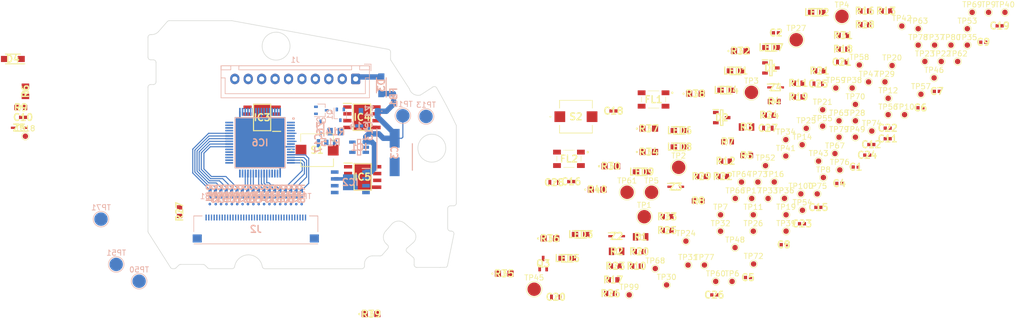
<source format=kicad_pcb>
(kicad_pcb (version 20211014) (generator pcbnew)
  (layers (0 "F.Cu" signal) (1 "In1.Cu" signal) (2 "In2.Cu" signal) (31 "B.Cu" signal) (34 "B.Paste" user) (35 "F.Paste" user) (36 "B.SilkS" user "B.Silkscreen") (37 "F.SilkS" user "F.Silkscreen") (38 "B.Mask" user) (39 "F.Mask" user) (44 "Edge.Cuts" user))
  (net 0 "")
  (net 1 "Net-(C11-Pad1)")
  (net 2 "Net-(C12-Pad2)")
  (net 3 "Net-(C1-Pad1)")
  (net 4 "Net-(C2-Pad2)")
  (net 5 "Net-(IC6-Pad45)")
  (net 6 "Net-(C20-Pad2)")
  (net 7 "Net-(IC6-Pad21)")
  (net 8 "Net-(IC6-Pad20)")
  (net 9 "+5V")
  (net 10 "+5VD")
  (net 11 "+BATT")
  (net 12 "Net-(D4-Pad1)")
  (net 13 "GND")
  (net 14 "Net-(J2-PadMP1)")
  (net 15 "Net-(IC6-Pad23)")
  (net 16 "Net-(IC6-Pad60)")
  (net 17 "Net-(IC6-Pad59)")
  (net 18 "Net-(IC6-Pad58)")
  (net 19 "Net-(C4-Pad1)")
  (net 20 "Net-(C7-Pad1)")
  (net 21 "Net-(C13-Pad2)")
  (net 22 "Net-(Q1-Pad3)")
  (net 23 "Net-(C10-Pad1)")
  (net 24 "Net-(IC3-Pad6)")
  (net 25 "Net-(IC3-Pad5)")
  (net 26 "Net-(IC3-Pad8)")
  (net 27 "Net-(IC3-Pad7)")
  (net 28 "Net-(C17-Pad1)")
  (net 29 "Net-(IC2-Pad4)")
  (net 30 "Net-(IC3-Pad3)")
  (net 31 "Net-(IC3-Pad2)")
  (net 32 "Net-(IC5-Pad1)")
  (net 33 "Net-(IC5-Pad2)")
  (net 34 "Net-(IC4-Pad4)")
  (net 35 "Net-(IC1-Pad4)")
  (net 36 "Net-(IC6-Pad6)")
  (net 37 "Net-(IC5-Pad4)")
  (net 38 "Net-(IC4-Pad2)")
  (net 39 "Net-(IC6-Pad7)")
  (net 40 "Net-(IC4-Pad3)")
  (net 41 "Net-(IC6-Pad19)")
  (net 42 "Net-(IC6-Pad2)")
  (net 43 "Net-(IC6-Pad3)")
  (net 44 "Net-(IC6-Pad4)")
  (net 45 "Net-(IC6-Pad9)")
  (net 46 "Net-(IC6-Pad12)")
  (net 47 "Net-(IC6-Pad18)")
  (net 48 "Net-(IC6-Pad64)")
  (net 49 "Net-(IC6-Pad63)")
  (net 50 "Net-(IC6-Pad62)")
  (net 51 "Net-(IC6-Pad55)")
  (net 52 "Net-(IC6-Pad54)")
  (net 53 "Net-(IC6-Pad53)")
  (net 54 "Net-(IC6-Pad52)")
  (net 55 "Net-(IC6-Pad61)")
  (net 56 "Net-(IC6-Pad51)")
  (net 57 "Net-(Q3-Pad1)")
  (net 58 "Net-(IC6-Pad32)")
  (net 59 "Net-(IC6-Pad38)")
  (net 60 "Net-(LED1-Pad1)")
  (net 61 "Net-(Q3-Pad3)")
  (net 62 "Net-(IC6-Pad37)")
  (net 63 "Net-(IC6-Pad36)")
  (net 64 "Net-(IC6-Pad31)")
  (net 65 "Net-(IC6-Pad35)")
  (net 66 "Net-(IC6-Pad46)")
  (net 67 "Net-(IC6-Pad34)")
  (net 68 "Net-(IC6-Pad33)")
  (net 69 "Net-(R31-Pad1)")
  (net 70 "Net-(LED2-Pad1)")
  (net 71 "Net-(LED3-Pad1)")
  (net 72 "Net-(LED4-Pad1)")
  (net 73 "Net-(LED5-Pad1)")
  (net 74 "Net-(LED6-Pad1)")
  (net 75 "Net-(LED7-Pad1)")
  (net 76 "Net-(LED8-Pad1)")
  (net 77 "Net-(IC6-Pad43)")
  (net 78 "Net-(IC6-Pad41)")
  (net 79 "Net-(IC6-Pad39)")
  (net 80 "Net-(IC6-Pad29)")
  (net 81 "Net-(IC6-Pad27)")
  (net 82 "Net-(IC6-Pad24)")
  (net 83 "Net-(IC6-Pad22)")
  (net 84 "Net-(IC6-Pad15)")
  (net 85 "Net-(IC6-Pad13)")
  (net 86 "Net-(IC6-Pad44)")
  (net 87 "Net-(IC6-Pad42)")
  (net 88 "Net-(IC6-Pad40)")
  (net 89 "Net-(IC6-Pad30)")
  (net 90 "Net-(IC6-Pad28)")
  (net 91 "Net-(IC6-Pad25)")
  (net 92 "Net-(IC6-Pad16)")
  (net 93 "Net-(IC6-Pad14)")
  (net 94 "Net-(LED9-Pad1)")
  (net 95 "Net-(J2-Pad34)")
  (net 96 "Net-(J2-Pad30)")
  (net 97 "Net-(J2-Pad26)")
  (net 98 "Net-(J2-Pad22)")
  (net 99 "Net-(J2-Pad18)")
  (net 100 "Net-(J2-Pad14)")
  (net 101 "Net-(J2-Pad10)")
  (net 102 "Net-(J2-Pad6)")
  (net 103 "Net-(J2-Pad2)")
  (net 104 "Net-(J2-Pad36)")
  (net 105 "Net-(J2-Pad32)")
  (net 106 "Net-(J2-Pad28)")
  (net 107 "Net-(J2-Pad24)")
  (net 108 "Net-(J2-Pad20)")
  (net 109 "Net-(J2-Pad16)")
  (net 110 "Net-(J2-Pad12)")
  (net 111 "Net-(J2-Pad8)")
  (net 112 "Net-(J2-Pad4)")
  (net 113 "Net-(J2-PadMP2)")
  (net 114 "Net-(Q1-Pad1)")
  (net 115 "Net-(D3-Pad2)")
  (net 116 "Net-(D4-Pad2)")
  (net 119 "Net-(C19-Pad1)")
  (net 120 "Net-(C15-Pad1)")
  (net 121 "Net-(IC4-Pad1)")
  (net 122 "Net-(D3-Pad1)")
  (net 125 "Net-(C8-Pad2)")
  (net 126 "Net-(J1-Pad7)")
  (net 127 "Net-(J1-Pad5)")
  (net 128 "Net-(J1-Pad6)")
  (footprint "SamacSys_Parts:CAPC1005X55N" (layer "F.Cu") (at 224.28 132.21)
    (fp_text reference "C26")
    (fp_text value "GCM155R71H104KE02D" hide)
  )
  (footprint "SamacSys_Parts:SODFL3918X140N" (layer "F.Cu") (at 93.69 88.28 180)
    (fp_text reference "D4")
    (fp_text value "M1F60-6063" hide)
  )
  (footprint "TestPoint:TestPoint_Pad_D1.0mm" (layer "F.Cu") (at 271.4 85.7)
    (fp_text reference "TP35")
    (fp_text value "TestPoint")
  )
  (footprint "TestPoint:TestPoint_Pad_D2.5mm" (layer "F.Cu") (at 208.05 113.1)
    (fp_text reference "TP61")
    (fp_text value "TestPoint")
  )
  (footprint "TestPoint:TestPoint_Pad_D1.0mm" (layer "F.Cu") (at 213.3 127.3)
    (fp_text reference "TP68")
    (fp_text value "TestPoint")
  )
  (footprint "SamacSys_Parts:CAPC1005X55N" (layer "F.Cu") (at 235.76 83.41)
    (fp_text reference "C2")
    (fp_text value "GCM155R71H104KE02D" hide)
  )
  (footprint "SamacSys_Parts:RESC1608X55N" (layer "F.Cu") (at 210.3 124.15)
    (fp_text reference "R20")
    (fp_text value "RMC16K102FTP" hide)
  )
  (footprint "TestPoint:TestPoint_Pad_D1.0mm" (layer "F.Cu") (at 250.56 102.84)
    (fp_text reference "TP49")
    (fp_text value "TestPoint")
  )
  (footprint "SamacSys_Parts:RESC1608X55N" (layer "F.Cu") (at 215.5 120.2)
    (fp_text reference "R25")
    (fp_text value "RMC16K270FTP" hide)
  )
  (footprint "TestPoint:TestPoint_Pad_D1.0mm" (layer "F.Cu") (at 266.54 88.75)
    (fp_text reference "TP22")
    (fp_text value "TestPoint")
  )
  (footprint "SamacSys_Parts:CAPC1005X55N" (layer "F.Cu") (at 240.61 118.96)
    (fp_text reference "C23")
    (fp_text value "GCM155R71H104KE02D" hide)
  )
  (footprint "SamacSys_Parts:SSM3K7002CFULF" (layer "F.Cu") (at 192.425 126.375)
    (fp_text reference "Q3")
    (fp_text value "SSM3K7002KFU,LF" hide)
  )
  (footprint "SamacSys_Parts:CAPC1005X55N" (layer "F.Cu") (at 250.61 108.4)
    (fp_text reference "C1")
    (fp_text value "GCM155R71H104KE02D" hide)
  )
  (footprint "TestPoint:TestPoint_Pad_D1.0mm" (layer "F.Cu") (at 262.76 94.85)
    (fp_text reference "TP57")
    (fp_text value "TestPoint")
  )
  (footprint "TestPoint:TestPoint_Pad_D1.0mm" (layer "F.Cu") (at 257.39 89.5)
    (fp_text reference "TP20")
    (fp_text value "TestPoint")
  )
  (footprint "TestPoint:TestPoint_Pad_D1.0mm" (layer "F.Cu") (at 228.15 123.4)
    (fp_text reference "TP48")
    (fp_text value "TestPoint")
  )
  (footprint "SamacSys_Parts:RESC2012X65N" (layer "F.Cu") (at 96.03 94.3 -90)
    (fp_text reference "R6")
    (fp_text value "RMC1/10K683FTP83" hide)
  )
  (footprint "SamacSys_Parts:RESC2012X65N" (layer "F.Cu") (at 206.1 124.1)
    (fp_text reference "R2")
    (fp_text value "RMC1/10K683FTP83" hide)
  )
  (footprint "TestPoint:TestPoint_Pad_D1.0mm" (layer "F.Cu") (at 265.21 91.8)
    (fp_text reference "TP46")
    (fp_text value "TestPoint")
  )
  (footprint "SamacSys_Parts:LEDM2214X140N" (layer "F.Cu") (at 199.4 120.95)
    (fp_text reference "LED3")
    (fp_text value "VLMR233T2V2-GS08" hide)
  )
  (footprint "SamacSys_Parts:RESC1608X55N" (layer "F.Cu") (at 225.85 110.15)
    (fp_text reference "R22")
    (fp_text value "RMC16K270FTP" hide)
  )
  (footprint "SamacSys_Parts:ERJ6ENF1000V" (layer "F.Cu") (at 202.475 112.6)
    (fp_text reference "R40")
    (fp_text value "ERJ-6ENF1502V" hide)
  )
  (footprint "TestPoint:TestPoint_Pad_D1.0mm" (layer "F.Cu") (at 237.35 114.24)
    (fp_text reference "TP36")
    (fp_text value "TestPoint")
  )
  (footprint "TestPoint:TestPoint_Pad_D1.0mm" (layer "F.Cu") (at 233.82 108.14)
    (fp_text reference "TP52")
    (fp_text value "TestPoint")
  )
  (footprint "SamacSys_Parts:CAPC1005X55N" (layer "F.Cu") (at 243.66 115.91)
    (fp_text reference "C15")
    (fp_text value "GCM155R71H104KE02D" hide)
  )
  (footprint "SamacSys_Parts:CAPC1005X55N" (layer "F.Cu") (at 274.36 85.16)
    (fp_text reference "C9")
    (fp_text value "GCM155R71H104KE02D" hide)
  )
  (footprint "SamacSys_Parts:SOIC127P600X175-8N" (layer "F.Cu") (at 158.685 99.13)
    (fp_text reference "IC4")
    (fp_text value "SN65LBC176QDRG4Q1" hide)
  )
  (footprint "TestPoint:TestPoint_Pad_D1.0mm" (layer "F.Cu") (at 272.3 79.6)
    (fp_text reference "TP69")
    (fp_text value "TestPoint")
  )
  (footprint "TestPoint:TestPoint_Pad_D1.0mm" (layer "F.Cu") (at 240.7 116.45)
    (fp_text reference "TP54")
    (fp_text value "TestPoint")
  )
  (footprint "SamacSys_Parts:SOIC127P600X175-8N" (layer "F.Cu") (at 158.815 110.25)
    (fp_text reference "IC5")
    (fp_text value "SN65LBC176QDRG4Q1" hide)
  )
  (footprint "SamacSys_Parts:LEDM2214X140N" (layer "F.Cu") (at 210.75 109.3)
    (fp_text reference "LED9")
    (fp_text value "VLMR233T2V2-GS08" hide)
  )
  (footprint "TestPoint:TestPoint_Pad_D1.0mm" (layer "F.Cu") (at 243.45 113.4)
    (fp_text reference "TP75")
    (fp_text value "TestPoint")
  )
  (footprint "SamacSys_Parts:RESC1608X55N" (layer "F.Cu") (at 205.85 126.85)
    (fp_text reference "R23")
    (fp_text value "RMC16K270FTP" hide)
  )
  (footprint "SamacSys_Parts:LEDM2214X140N" (layer "F.Cu") (at 243.35 79.6)
    (fp_text reference "LED2")
    (fp_text value "VLMR233T2V2-GS08" hide)
  )
  (footprint "SamacSys_Parts:RESC1608X55N" (layer "F.Cu") (at 248.25 83.9)
    (fp_text reference "R31")
    (fp_text value "RMC1/16SK103FTH43" hide)
  )
  (footprint "SamacSys_Parts:CAPC1608X90N" (layer "F.Cu") (at 243.64 92.92)
    (fp_text reference "C25")
    (fp_text value "CGA3E2X5R1A105M080AA" hide)
  )
  (footprint "SamacSys_Parts:RESC1608X55N" (layer "F.Cu") (at 252.3 79.35)
    (fp_text reference "R16")
    (fp_text value "RMC16K270FTP" hide)
  )
  (footprint "TestPoint:TestPoint_Pad_D1.0mm" (layer "F.Cu") (at 269.59 88.75)
    (fp_text reference "TP62")
    (fp_text value "TestPoint")
  )
  (footprint "TestPoint:TestPoint_Pad_D1.0mm" (layer "F.Cu") (at 228.2 114.25)
    (fp_text reference "TP66")
    (fp_text value "TestPoint")
  )
  (footprint "TestPoint:TestPoint_Pad_D1.0mm" (layer "F.Cu") (at 224.55 129.7)
    (fp_text reference "TP60")
    (fp_text value "TestPoint")
  )
  (footprint "TestPoint:TestPoint_Pad_D1.0mm" (layer "F.Cu") (at 225.45 117.3)
    (fp_text reference "TP7")
    (fp_text value "TestPoint")
  )
  (footprint "TestPoint:TestPoint_Pad_D1.0mm" (layer "F.Cu") (at 96.02 102.67)
    (fp_text reference "TP18")
    (fp_text value "TestPoint")
  )
  (footprint "TestPoint:TestPoint_Pad_D1.0mm" (layer "F.Cu") (at 244.6 110.35)
    (fp_text reference "TP8")
    (fp_text value "TestPoint")
  )
  (footprint "SamacSys_Parts:RESC1608X55N" (layer "F.Cu") (at 221.3 114.7)
    (fp_text reference "R8")
    (fp_text value "RMC1/16SK60R4FTH" hide)
  )
  (footprint "TestPoint:TestPoint_Pad_D1.0mm" (layer "F.Cu") (at 278.4 79.6)
    (fp_text reference "TP40")
    (fp_text value "TestPoint")
  )
  (footprint "SamacSys_Parts:CAPC1005X55N" (layer "F.Cu") (at 197.65 111.11)
    (fp_text reference "C16")
    (fp_text value "GCM155R71H104KE02D" hide)
  )
  (footprint "SamacSys_Parts:ERJ6ENF1000V" (layer "F.Cu") (at 220.775 94.75)
    (fp_text reference "R38")
    (fp_text value "ERJ-6ENF1502V" hide)
  )
  (footprint "SamacSys_Parts:RESC1608X55N" (layer "F.Cu") (at 256.25 79.35)
    (fp_text reference "R13")
    (fp_text value "RMC16K270FTP" hide)
  )
  (footprint "SamacSys_Parts:DLW43SH110XK2K" (layer "F.Cu") (at 197.225 106.875)
    (fp_text reference "FL2")
    (fp_text value "DLW43SH510XK2L" hide)
  )
  (footprint "SamacSys_Parts:SOT95P230X110-3N" (layer "F.Cu") (at 225.665 99.2)
    (fp_text reference "D2")
    (fp_text value "PESD5V0L2BT,215" hide)
  )
  (footprint "TestPoint:TestPoint_Pad_D1.0mm" (layer "F.Cu") (at 227.6 129.7)
    (fp_text reference "TP6")
    (fp_text value "TestPoint")
  )
  (footprint "SamacSys_Parts:CAPC1608X90N" (layer "F.Cu") (at 194.77 132.62)
    (fp_text reference "C20")
    (fp_text value "CL10B104JB8NNNC" hide)
  )
  (footprint "SamacSys_Parts:RESC1608X55N" (layer "F.Cu") (at 205.45 129.4)
    (fp_text reference "R17")
    (fp_text value "RMC16K270FTP" hide)
  )
  (footprint "SamacSys_Parts:RESC1608X55N" (layer "F.Cu") (at 221.9 110.15)
    (fp_text reference "R29")
    (fp_text value "RMC1/16SK103FTH43" hide)
  )
  (footprint "TestPoint:TestPoint_Pad_D1.0mm" (layer "F.Cu") (at 265.3 85.7)
    (fp_text reference "TP37")
    (fp_text value "TestPoint")
  )
  (footprint "SamacSys_Parts:LEDM2214X140N" (layer "F.Cu") (at 217.8 104.65)
    (fp_text reference "LED8")
    (fp_text value "VLMR233T2V2-GS08" hide)
  )
  (footprint "SamacSys_Parts:CAPC1005X55N" (layer "F.Cu") (at 277.41 82.11)
    (fp_text reference "C19")
    (fp_text value "GCM155L81E103KA37D" hide)
  )
  (footprint "TestPoint:TestPoint_Pad_D1.0mm" (layer "F.Cu") (at 247.51 102.84)
    (fp_text reference "TP79")
    (fp_text value "TestPoint")
  )
  (footprint "TestPoint:TestPoint_Pad_D1.0mm" (layer "F.Cu") (at 275.35 79.6)
    (fp_text reference "TP9")
    (fp_text value "TestPoint")
  )
  (footprint "TestPoint:TestPoint_Pad_D1.0mm" (layer "F.Cu") (at 219 122.2)
    (fp_text reference "TP24")
    (fp_text value "TestPoint")
  )
  (footprint "SamacSys_Parts:ERJ6ENF1000V" (layer "F.Cu") (at 229.125 86.8)
    (fp_text reference "R32")
    (fp_text value "ERJ-6ENF1502V" hide)
  )
  (footprint "TestPoint:TestPoint_Pad_D1.0mm" (layer "F.Cu") (at 234.3 114.25)
    (fp_text reference "TP33")
    (fp_text value "TestPoint")
  )
  (footprint "SamacSys_Parts:CAPC1608X90N" (layer "F.Cu") (at 234.26 101.17)
    (fp_text reference "C27")
    (fp_text value "CGA3E2X5R1A105M080AA" hide)
  )
  (footprint "TestPoint:TestPoint_Pad_D1.0mm" (layer "F.Cu") (at 262.25 82.65)
    (fp_text reference "TP63")
    (fp_text value "TestPoint")
  )
  (footprint "TestPoint:TestPoint_Pad_D1.0mm" (layer "F.Cu") (at 262.25 85.7)
    (fp_text reference "TP78")
    (fp_text value "TestPoint")
  )
  (footprint "SamacSys_Parts:LEDM2214X140N" (layer "F.Cu") (at 226.5 94.1)
    (fp_text reference "LED4")
    (fp_text value "VLMR233T2V2-GS08" hide)
  )
  (footprint "SamacSys_Parts:SODFL2512X90N" (layer "F.Cu") (at 94.88 101.095 180)
    (fp_text reference "Z5")
    (fp_text value "UDZVFHTE5.6B" hide)
  )
  (footprint "TestPoint:TestPoint_Pad_D1.0mm" (layer "F.Cu") (at 253.61 101.7)
    (fp_text reference "TP74")
    (fp_text value "TestPoint")
  )
  (footprint "TestPoint:TestPoint_Pad_D2.5mm" (layer "F.Cu") (at 190.75 131.15)
    (fp_text reference "TP45")
    (fp_text value "TestPoint")
  )
  (footprint "TestPoint:TestPoint_Pad_D2.5mm" (layer "F.Cu") (at 211.25 117.65)
    (fp_text reference "TP1")
    (fp_text value "TestPoint")
  )
  (footprint "TestPoint:TestPoint_Pad_D1.0mm" (layer "F.Cu") (at 243.7 107.3)
    (fp_text reference "TP43")
    (fp_text value "TestPoint")
  )
  (footprint "TestPoint:TestPoint_Pad_D1.0mm" (layer "F.Cu") (at 235.45 111.19)
    (fp_text reference "TP16")
    (fp_text value "TestPoint")
  )
  (footprint "TestPoint:TestPoint_Pad_D1.0mm" (layer "F.Cu") (at 231.25 114.25)
    (fp_text reference "TP17")
    (fp_text value "TestPoint")
  )
  (footprint "SamacSys_Parts:RESC1608X55N" (layer "F.Cu") (at 215.5 117.65)
    (fp_text reference "R33")
    (fp_text value "RMC1/16SK103FTH43" hide)
  )
  (footprint "SamacSys_Parts:CAPC1005X55N" (layer "F.Cu") (at 237.21 122.86)
    (fp_text reference "C8")
    (fp_text value "GCM155R71H104KE02D" hide)
  )
  (footprint "SamacSys_Parts:SODFL2512X90N" (layer "F.Cu") (at 206.11 121.275)
    (fp_text reference "Z2")
    (fp_text value "UDZVFHTE5.6B" hide)
  )
  (footprint "TestPoint:TestPoint_Pad_D1.0mm" (layer "F.Cu") (at 219.4 126.65)
    (fp_text reference "TP31")
    (fp_text value "TestPoint")
  )
  (footprint "TestPoint:TestPoint_Pad_D1.0mm" (layer "F.Cu") (at 271.4 82.65)
    (fp_text reference "TP53")
    (fp_text value "TestPoint")
  )
  (footprint "TestPoint:TestPoint_Pad_D1.0mm" (layer "F.Cu") (at 263.49 88.75)
    (fp_text reference "TP23")
    (fp_text value "TestPoint")
  )
  (footprint "SamacSys_Parts:CAPC1608X90N" (layer "F.Cu") (at 194.47 111.27)
    (fp_text reference "C28")
    (fp_text value "CGA3E2X5R1A105M080AA" hide)
  )
  (footprint "SamacSys_Parts:CAPC1005X55N" (layer "F.Cu") (at 95.59 99.15 180)
    (fp_text reference "C10")
    (fp_text value "GRM155R71C104KA88D" hide)
  )
  (footprint "TestPoint:TestPoint_Pad_D1.0mm" (layer "F.Cu") (at 250.56 99.79)
    (fp_text reference "TP28")
    (fp_text value "TestPoint")
  )
  (footprint "SamacSys_Parts:SOT95P230X110-3N" (layer "F.Cu") (at 234.825 89.95)
    (fp_text reference "D1")
    (fp_text value "PESD5V0L2BT,215" hide)
  )
  (footprint "TestPoint:TestPoint_Pad_D1.0mm" (layer "F.Cu") (at 237.6 103.3)
    (fp_text reference "TP34")
    (fp_text value "TestPoint")
  )
  (footprint "TestPoint:TestPoint_Pad_D1.0mm" (layer "F.Cu") (at 225.45 120.35)
    (fp_text reference "TP32")
    (fp_text value "TestPoint")
  )
  (footprint "SamacSys_Parts:RESC2012X65N" (layer "F.Cu") (at 230.29 100.95)
    (fp_text reference "R3")
    (fp_text value "RMC1/10K683FTP83" hide)
  )
  (footprint "SamacSys_Parts:RESC1608X55N" (layer "F.Cu") (at 226.37 107.3)
    (fp_text reference "R12")
    (fp_text value "RMC16K270FTP" hide)
  )
  (footprint "SamacSys_Parts:ERJ6ENF1000V" (layer "F.Cu") (at 193.675 121.7)
    (fp_text reference "R36")
    (fp_text value "ERJ-6ENF1502V" hide)
  )
  (footprint "TestPoint:TestPoint_Pad_D1.0mm" (layer "F.Cu") (at 251.29 89.4)
    (fp_text reference "TP58")
    (fp_text value "TestPoint")
  )
  (footprint "TestPoint:TestPoint_Pad_D1.0mm" (layer "F.Cu") (at 247.51 99.79)
    (fp_text reference "TP65")
    (fp_text value "TestPoint")
  )
  (footprint "TestPoint:TestPoint_Pad_D1.0mm" (layer "F.Cu") (at 237.6 106.35)
    (fp_text reference "TP41")
    (fp_text value "TestPoint")
  )
  (footprint "SamacSys_Parts:LEDM2214X140N" (layer "F.Cu") (at 228.25 90.5)
    (fp_text reference "LED1")
    (fp_text value "VLMR233T2V2-GS08" hide)
  )
  (footprint "TestPoint:TestPoint_Pad_D1.0mm" (layer "F.Cu") (at 256.06 92.55)
    (fp_text reference "TP29")
    (fp_text value "TestPoint")
  )
  (footprint "SamacSys_Parts:ERJ6ENF1000V" (layer "F.Cu") (at 160.385 135.77)
    (fp_text reference "R39")
    (fp_text value "ERJ-6ENF1502V" hide)
  )
  (footprint "SamacSys_Parts:SODFL2512X90N" (layer "F.Cu") (at 235.71 93.575)
    (fp_text reference "Z4")
    (fp_text value "UDZVFHTE5.6B" hide)
  )
  (footprint "TestPoint:TestPoint_Pad_D1.0mm" (layer "F.Cu") (at 237.65 120.34)
    (fp_text reference "TP39")
    (fp_text value "TestPoint")
  )
  (footprint "SamacSys_Parts:SKTRAEE010" (layer "F.Cu") (at 198.525 99.025)
    (fp_text reference "S2")
    (fp_text value "SKTRAEE010" hide)
  )
  (footprint "SamacSys_Parts:LEDM2214X140N" (layer "F.Cu") (at 234.85 86.15)
    (fp_text reference "LED7")
    (fp_text value "VLMR233T2V2-GS08" hide)
  )
  (footprint "SamacSys_Parts:LEDM2214X140N" (layer "F.Cu") (at 196.9 125.4)
    (fp_text reference "LED5")
    (fp_text value "VLMR233T2V2-GS08" hide)
  )
  (footprint "TestPoint:TestPoint_Pad_D1.0mm" (layer "F.Cu") (at 208.45 132.2)
    (fp_text reference "TP99")
    (fp_text value "TestPoint")
  )
  (footprint "TestPoint:TestPoint_Pad_D1.0mm" (layer "F.Cu") (at 215.4 130.35)
    (fp_text reference "TP30")
    (fp_text value "TestPoint")
  )
  (footprint "TestPoint:TestPoint_Pad_D1.0mm" (layer "F.Cu") (at 244.46 97.74)
    (fp_text reference "TP21")
    (fp_text value "TestPoint")
  )
  (footprint "SamacSys_Parts:CAPC1005X55N" (layer "F.Cu") (at 230.56 128.96)
    (fp_text reference "C5")
    (fp_text value "GCM155R71H104KE02D" hide)
  )
  (footprint "SamacSys_Parts:RESC1608X55N" (layer "F.Cu") (at 248.25 86.45)
    (fp_text reference "R18")
    (fp_text value "RMC16K270FTP" hide)
  )
  (footprint "SamacSys_Parts:RESC1608X55N" (layer "F.Cu") (at 204.95 131.95)
    (fp_text reference "R26")
    (fp_text value "RMC16K270FTP" hide)
  )
  (footprint "TestPoint:TestPoint_Pad_D1.0mm" (layer "F.Cu") (at 231.55 120.35)
    (fp_text reference "TP26")
    (fp_text value "TestPoint")
  )
  (footprint "SamacSys_Parts:SOIC127P600X175-8N" (layer "F.Cu") (at 140.095 99.18 180)
    (fp_text reference "IC3")
    (fp_text value "SN65LBC179AD" hide)
  )
  (footprint "SamacSys_Parts:CAPC1005X55N" (layer "F.Cu") (at 253.52 104.21)
    (fp_text reference "C12")
    (fp_text value "GCM155R71H104KE02D" hide)
  )
  (footprint "SamacSys_Parts:RESC1608X55N" (layer "F.Cu") (at 243.87 90.5)
    (fp_text reference "R21")
    (fp_text value "RMC16K270FTP" hide)
  )
  (footprint "SamacSys_Parts:CAPC1005X55N" (layer "F.Cu") (at 205.51 97.96)
    (fp_text reference "C18")
    (fp_text value "GCM155R71H104KE02D" hide)
  )
  (footprint "TestPoint:TestPoint_Pad_D1.0mm" (layer "F.Cu") (at 246.91 93.69)
    (fp_text reference "TP59")
    (fp_text value "TestPoint")
  )
  (footprint "SamacSys_Parts:CAPC1005X55N" (layer "F.Cu") (at 265.72 94.31)
    (fp_text reference "C7")
    (fp_text value "GCM155R71H104KE02D" hide)
  )
  (footprint "SamacSys_Parts:CAPC1005X55N" (layer "F.Cu") (at 247.56 111.45)
    (fp_text reference "C4")
    (fp_text value "GCM155R71H104KE02D" hide)
  )
  (footprint "SamacSys_Parts:CAPC1005X55N" (layer "F.Cu") (at 252.76 106.18)
    (fp_text reference "C24")
    (fp_text value "GCM155R71H104KE02D" hide)
  )
  (footprint "TestPoint:TestPoint_Pad_D2.5mm" (layer "F.Cu") (at 248.05 80.35)
    (fp_text reference "TP4")
    (fp_text value "TestPoint")
  )
  (footprint "TestPoint:TestPoint_Pad_D2.5mm" (layer "F.Cu") (at 231.2 94.5)
    (fp_text reference "TP3")
    (fp_text value "TestPoint")
  )
  (footprint "TestPoint:TestPoint_Pad_D1.0mm" (layer "F.Cu") (at 222.45 126.65)
    (fp_text reference "TP77")
    (fp_text value "TestPoint")
  )
  (footprint "SamacSys_Parts:RESC1608X55N" (layer "F.Cu") (at 226.75 103.7)
    (fp_text reference "R7")
    (fp_text value "RMC1/16SK60R4FTH" hide)
  )
  (footprint "TestPoint:TestPoint_Pad_D1.0mm" (layer "F.Cu") (at 232.4 111.2)
    (fp_text reference "TP73")
    (fp_text value "TestPoint")
  )
  (footprint "SamacSys_Parts:RESC2012X65N" (layer "F.Cu") (at 210.57 121.4)
    (fp_text reference "R1")
    (fp_text value "RMC1/10K683FTP83" hide)
  )
  (footprint "TestPoint:TestPoint_Pad_D1.0mm" (layer "F.Cu") (at 247.65 108.94)
    (fp_text reference "TP76")
    (fp_text value "TestPoint")
  )
  (footprint "SamacSys_Parts:CAPC1005X55N" (layer "F.Cu") (at 256.57 103.13)
    (fp_text reference "C11")
    (fp_text value "GCM155R71H104KE02D" hide)
  )
  (footprint "TestPoint:TestPoint_Pad_D1.0mm" (layer "F.Cu") (at 256.66 98.65)
    (fp_text reference "TP56")
    (fp_text value "TestPoint")
  )
  (footprint "SamacSys_Parts:ERJ6ENF1000V" (layer "F.Cu") (at 185.175 128.25)
    (fp_text reference "R35")
    (fp_text value "ERJ-6ENF1502V" hide)
  )
  (footprint "TestPoint:TestPoint_Pad_D1.0mm" (layer "F.Cu") (at 249.96 93.69)
    (fp_text reference "TP38")
    (fp_text value "TestPoint")
  )
  (footprint "SamacSys_Parts:CAPC1005X55N" (layer "F.Cu") (at 262.67 97.36)
    (fp_text reference "C6")
    (fp_text value "GCM155R71H104KE02D" hide)
  )
  (footprint "SamacSys_Parts:ERJ6ENF1000V" (layer "F.Cu") (at 212.075 105.6)
    (fp_text reference "R34")
    (fp_text value "ERJ-6ENF1502V" hide)
  )
  (footprint "SamacSys_Parts:RESC1608X55N" (layer "F.Cu") (at 234.51 98.75)
    (fp_text reference "R24")
    (fp_text value "RMC16K270FTP" hide)
  )
  (footprint "TestPoint:TestPoint_Pad_D2.5mm" (layer "F.Cu") (at 217.65 108.45)
    (fp_text reference "TP2")
    (fp_text value "TestPoint")
  )
  (footprint "SamacSys_Parts:RESC1608X55N" (layer "F.Cu") (at 252.3 81.9)
    (fp_text reference "R28")
    (fp_text value "RMC1/16SK103FTH43" hide)
  )
  (footprint "SamacSys_Parts:RESC1608X55N" (layer "F.Cu") (at 239.92 95.35)
    (fp_text reference "R19")
    (fp_text value "RMC16K270FTP" hide)
  )
  (footprint "SamacSys_Parts:LEDM2214X140N" (layer "F.Cu") (at 217.8 101.6)
    (fp_text reference "LED6")
    (fp_text value "VLMR233T2V2-GS08" hide)
  )
  (footprint "TestPoint:TestPoint_Pad_D1.0mm" (layer "F.Cu") (at 229.35 111.2)
    (fp_text reference "TP64")
    (fp_text value "TestPoint")
  )
  (footprint "SamacSys_Parts:RESC1608X55N" (layer "F.Cu") (at 235.45 96.2)
    (fp_text reference "R4")
    (fp_text value "RMC1/16SK60R4FTH" hide)
  )
  (footprint "TestPoint:TestPoint_Pad_D1.0mm" (layer "F.Cu") (at 259.71 98.65)
    (fp_text reference "TP10")
    (fp_text value "TestPoint")
  )
  (footprint "SamacSys_Parts:ERJ6ENF1000V" (layer "F.Cu") (at 205.025 108.25)
    (fp_text reference "R30")
    (fp_text value "ERJ-6ENF1502V" hide)
  )
  (footprint "SamacSys_Parts:DLW43SH110XK2K" (layer "F.Cu") (at 212.975 95.825)
    (fp_text reference "FL1")
    (fp_text value "DLW43SH510XK2L" hide)
  )
  (footprint "TestPoint:TestPoint_Pad_D1.0mm" (layer "F.Cu") (at 253.01 92.55)
    (fp_text reference "TP47")
    (fp_text value "TestPoint")
  )
  (footprint "TestPoint:TestPoint_Pad_D1.0mm" (layer "F.Cu") (at 231.6 126.45)
    (fp_text reference "TP72")
    (fp_text value "TestPoint")
  )
  (footprint "SamacSys_Parts:RESC1608X55N" (layer "F.Cu") (at 239.92 92.8)
    (fp_text reference "R11")
    (fp_text value "RMC16K270FTP" hide)
  )
  (footprint "SamacSys_Parts:RESC1608X55N" (layer "F.Cu") (at 124.73 116.71 -90)
    (fp_text reference "R27")
    (fp_text value "RMC16K270FTP" hide)
  )
  (footprint "TestPoint:TestPoint_Pad_D1.0mm" (layer "F.Cu") (at 268.35 85.7)
    (fp_text reference "TP80")
    (fp_text value "TestPoint")
  )
  (footprint "TestPoint:TestPoint_Pad_D2.5mm" (layer "F.Cu") (at 212.6 113.1)
    (fp_text reference "TP5")
    (fp_text value "TestPoint")
  )
  (footprint "SamacSys_Parts:RESC1608X55N" (layer "F.Cu") (at 230.32 106.25)
    (fp_text reference "R5")
    (fp_text value "RMC1/16SK60R4FTH" hide)
  )
  (footprint "TestPoint:TestPoint_Pad_D1.0mm" (layer "F.Cu") (at 237.65 117.29)
    (fp_text reference "TP19")
    (fp_text value "TestPoint")
  )
  (footprint "TestPoint:TestPoint_Pad_D1.0mm" (layer "F.Cu") (at 250.56 96.74)
    (fp_text reference "TP70")
    (fp_text value "TestPoint")
  )
  (footprint "SamacSys_Parts:CAPC1608X90N" (layer "F.Cu") (at 248.02 88.87)
    (fp_text reference "C21")
    (fp_text value "CGA3E2X5R1A105M080AA" hide)
  )
  (footprint "TestPoint:TestPoint_Pad_D1.0mm" (layer "F.Cu") (at 244.46 100.79)
    (fp_text reference "TP55")
    (fp_text value "TestPoint")
  )
  (footprint "SamacSys_Parts:ERJ6ENF1000V" (layer "F.Cu") (at 212.075 101.25)
    (fp_text reference "R37")
    (fp_text value "ERJ-6ENF1502V" hide)
  )
  (footprint "SamacSys_Parts:SKTRAEE010" (layer "F.Cu") (at 150.335 105.255)
    (fp_text reference "S1")
    (fp_text value "SKTRAEE010" hide)
  )
  (footprint "TestPoint:TestPoint_Pad_D1.0mm" (layer "F.Cu") (at 246.75 105.89)
    (fp_text reference "TP67")
    (fp_text value "TestPoint")
  )
  (footprint "TestPoint:TestPoint_Pad_D1.0mm" (layer "F.Cu") (at 259.2 82.15)
    (fp_text reference "TP42")
    (fp_text value "TestPoint")
  )
  (footprint "TestPoint:TestPoint_Pad_D1.0mm" (layer "F.Cu") (at 240.65 104.25)
    (fp_text reference "TP14")
    (fp_text value "TestPoint")
  )
  (footprint "TestPoint:TestPoint_Pad_D1.0mm" (layer "F.Cu") (at 256.66 95.6)
    (fp_text reference "TP12")
    (fp_text value "TestPoint")
  )
  (footprint "SamacSys_Parts:RESC1608X55N" (layer "F.Cu") (at 209.8 126.85)
    (fp_text reference "R10")
    (fp_text value "RMC16K270FTP" hide)
  )
  (footprint "SamacSys_Parts:CAPC1005X55N" (layer "F.Cu") (at 256.57 101.16)
    (fp_text reference "C22")
    (fp_text value "GCM155R71H104KE02D" hide)
  )
  (footprint "TestPoint:TestPoint_Pad_D2.5mm" (layer "F.Cu") (at 239.55 84.7)
    (fp_text reference "TP27")
    (fp_text value "TestPoint")
  )
  (footprint "SamacSys_Parts:SODFL2512X90N" (layer "F.Cu") (at 217.11 112.075)
    (fp_text reference "Z3")
    (fp_text value "UDZVFHTE5.6B" hide)
  )
  (footprint "TestPoint:TestPoint_Pad_D1.0mm" (layer "F.Cu") (at 241.41 101.2)
    (fp_text reference "TP25")
    (fp_text value "TestPoint")
  )
  (footprint "SamacSys_Parts:RESC1608X55N" (layer "F.Cu") (at 95.16 97.32)
    (fp_text reference "R9")
    (fp_text value "RMC1/16SK103FTH43" hide)
  )
  (footprint "TestPoint:TestPoint_Pad_D1.0mm" (layer "F.Cu") (at 231.55 117.3)
    (fp_text reference "TP11")
    (fp_text value "TestPoint")
  )
  (footprint "TestPoint:TestPoint_Pad_D1.0mm" (layer "F.Cu") (at 240.4 113.4)
    (fp_text reference "TP100")
    (fp_text value "TestPoint")
  )
  (footprint "SamacSys_Parts:TestPoint_Pad_D0.5mm" (layer "B.Cu") (at 135.46 115.3 180)
    (fp_text reference "TP86")
    (fp_text value "TestPoint")
  )
  (footprint "SamacSys_Parts:RESC1005X40N" (layer "B.Cu") (at 135.415 113.35 -90)
    (fp_text reference "R46")
    (fp_text value "ERJ-2GEJ561X" hide)
  )
  (footprint "SamacSys_Parts:CAPC1005X55N" (layer "B.Cu") (at 160.009994 101.69 90)
    (fp_text reference "C13")
    (fp_text value "GCM155R71H104KE02D" hide)
  )
  (footprint "SamacSys_Parts:TestPoint_Pad_D0.5mm" (layer "B.Cu") (at 137.46 115.3 180)
    (fp_text reference "TP88")
    (fp_text value "TestPoint")
  )
  (footprint "SamacSys_Parts:KDZVTR36B" (layer "B.Cu") (at 160.024994 98.015 90)
    (fp_text reference "Z1")
    (fp_text value "KDZVTR36B" hide)
  )
  (footprint "SamacSys_Parts:RESC1005X40N" (layer "B.Cu") (at 134.415 113.35 -90)
    (fp_text reference "R45")
    (fp_text value "ERJ-2GEJ561X" hide)
  )
  (footprint "SamacSys_Parts:SODFL3918X140N" (layer "B.Cu") (at 162.289994 93.18 90)
    (fp_text reference "D3")
    (fp_text value "M1F60-6063" hide)
  )
  (footprint "TestPoint:TestPoint_Pad_D2.5mm" (layer "B.Cu") (at 117.2 129.66 180)
    (fp_text reference "TP50")
    (fp_text value "TestPoint")
  )
  (footprint "SamacSys_Parts:RESC1005X40N" (layer "B.Cu") (at 136.415 113.35 -90)
    (fp_text reference "R47")
    (fp_text value "ERJ-2GEJ561X" hide)
  )
  (footprint "SamacSys_Parts:TestPoint_Pad_D0.5mm" (layer "B.Cu") (at 147.46 115.3 180)
    (fp_text reference "TP97")
    (fp_text value "TestPoint")
  )
  (footprint "TestPoint:TestPoint_Pad_D2.5mm" (layer "B.Cu") (at 110.1 118.1 180)
    (fp_text reference "TP71")
    (fp_text value "TestPoint")
  )
  (footprint "SamacSys_Parts:RESC1005X40N" (layer "B.Cu") (at 144.415 113.35 -90)
    (fp_text reference "R55")
    (fp_text value "ERJ-2GEJ561X" hide)
  )
  (footprint "SamacSys_Parts:TestPoint_Pad_D0.5mm" (layer "B.Cu") (at 140.46 115.3 180)
    (fp_text reference "TP91")
    (fp_text value "TestPoint")
  )
  (footprint "SamacSys_Parts:SOIC127P620X160-9N" (layer "B.Cu") (at 156.525004 111.239996 180)
    (fp_text reference "IC2")
    (fp_text value "R5112S121B-E2-KE" hide)
  )
  (footprint "SamacSys_Parts:RESC1005X40N" (layer "B.Cu") (at 132.415 113.35 -90)
    (fp_text reference "R43")
    (fp_text value "ERJ-2GEJ561X" hide)
  )
  (footprint "SamacSys_Parts:TestPoint_Pad_D0.5mm" (layer "B.Cu") (at 143.46 115.3 180)
    (fp_text reference "TP94")
    (fp_text value "TestPoint")
  )
  (footprint "TestPoint:TestPoint_Pad_D2.5mm" (layer "B.Cu") (at 166.3 98.85 180)
    (fp_text reference "TP15")
    (fp_text value "TestPoint")
  )
  (footprint "SamacSys_Parts:TestPoint_Pad_D0.5mm" (layer "B.Cu") (at 131.46 115.3 180)
    (fp_text reference "TP82")
    (fp_text value "TestPoint")
  )
  (footprint "SamacSys_Parts:QFP50P1200X1200X160-64N" (layer "B.Cu") (at 139.71 103.87 180)
    (fp_text reference "IC6")
    (fp_text value "CY8C4146AZI-S455" hide)
  )
  (footprint "SamacSys_Parts:RESC1005X40N" (layer "B.Cu") (at 133.415 113.35 -90)
    (fp_text reference "R44")
    (fp_text value "ERJ-2GEJ561X" hide)
  )
  (footprint "SamacSys_Parts:SODFL2512X90N" (layer "B.Cu") (at 150.97 101.115 90)
    (fp_text reference "Z6")
    (fp_text value "UDZVFHTE5.6B" hide)
  )
  (footprint "Package_TO_SOT_SMD:SOT-323_SC-70" (layer "B.Cu") (at 154.66 98.68 -90)
    (fp_text reference "Q1")
    (fp_text value "BC807W")
  )
  (footprint "SamacSys_Parts:RESC2012X65N" (layer "B.Cu") (at 153.71 101.81 180)
    (fp_text reference "R14")
    (fp_text value "RMC1/10K683FTP83" hide)
  )
  (footprint "SamacSys_Parts:TestPoint_Pad_D0.5mm" (layer "B.Cu") (at 130.36 115.3 180)
    (fp_text reference "TP81")
    (fp_text value "TestPoint")
  )
  (footprint "SamacSys_Parts:BLM18EG121SH1D" (layer "B.Cu") (at 164.574994 95.38 -90)
    (fp_text reference "FB1")
    (fp_text value "BLM18KG601SZ1D" hide)
  )
  (footprint "SamacSys_Parts:TestPoint_Pad_D0.5mm" (layer "B.Cu") (at 139.46 115.3 180)
    (fp_text reference "TP90")
    (fp_text value "TestPoint")
  )
  (footprint "SamacSys_Parts:XF2M38151AR100" (layer "B.Cu") (at 138.919994 120.1 180)
    (fp_text reference "J2")
    (fp_text value "XF2M-3815-1A-R100" hide)
  )
  (footprint "SamacSys_Parts:TestPoint_Pad_D0.5mm" (layer "B.Cu") (at 142.46 115.3 180)
    (fp_text reference "TP93")
    (fp_text value "TestPoint")
  )
  (footprint "SamacSys_Parts:TestPoint_Pad_D0.5mm" (layer "B.Cu") (at 145.46 115.3 180)
    (fp_text reference "TP96")
    (fp_text value "TestPoint")
  )
  (footprint "TestPoint:TestPoint_Pad_D2.5mm" (layer "B.Cu") (at 112.93 126.53 180)
    (fp_text reference "TP51")
    (fp_text value "TestPoint")
  )
  (footprint "Package_TO_SOT_SMD:SOT-323_SC-70" (layer "B.Cu") (at 151.12 97.84)
    (fp_text reference "Q2")
    (fp_text value "BC848W")
  )
  (footprint "SamacSys_Parts:RESC1005X40N" (layer "B.Cu") (at 142.415 113.35 -90)
    (fp_text reference "R53")
    (fp_text value "ERJ-2GEJ561X" hide)
  )
  (footprint "SamacSys_Parts:RESC1005X40N" (layer "B.Cu") (at 145.415 113.35 -90)
    (fp_text reference "R56")
    (fp_text value "ERJ-2GEJ561X" hide)
  )
  (footprint "SamacSys_Parts:CAPC1005X55N" (layer "B.Cu") (at 150.58 103.96 -90)
    (fp_text reference "C17")
    (fp_text value "GRM155R71C104KA88D" hide)
  )
  (footprint "SamacSys_Parts:CAPC1005X55N" (layer "B.Cu") (at 158.18 100.74 180)
    (fp_text reference "C14")
    (fp_text value "GCM155R71H104KE02D" hide)
  )
  (footprint "SamacSys_Parts:SOT95P275X130-5N" (layer "B.Cu") (at 158.15 104.71 180)
    (fp_text reference "IC1")
    (fp_text value "S-19212D50A-M5T1U" hide)
  )
  (footprint "SamacSys_Parts:RESC1005X40N" (layer "B.Cu") (at 138.415 113.35 -90)
    (fp_text reference "R49")
    (fp_text value "ERJ-2GEJ561X" hide)
  )
  (footprint "SamacSys_Parts:RESC1005X40N" (layer "B.Cu") (at 139.415 113.35 -90)
    (fp_text reference "R50")
    (fp_text value "ERJ-2GEJ561X" hide)
  )
  (footprint "SamacSys_Parts:TestPoint_Pad_D0.5mm" (layer "B.Cu") (at 132.45 115.3 180)
    (fp_text reference "TP83")
    (fp_text value "TestPoint")
  )
  (footprint "SamacSys_Parts:RESC1005X40N" (layer "B.Cu") (at 137.415 113.35 -90)
    (fp_text reference "R48")
    (fp_text value "ERJ-2GEJ561X" hide)
  )
  (footprint "SamacSys_Parts:TestPoint_Pad_D0.5mm" (layer "B.Cu") (at 133.46 115.3 180)
    (fp_text reference "TP84")
    (fp_text value "TestPoint")
  )
  (footprint "SamacSys_Parts:TestPoint_Pad_D0.5mm" (layer "B.Cu") (at 134.46 115.3 180)
    (fp_text reference "TP85")
    (fp_text value "TestPoint")
  )
  (footprint "SamacSys_Parts:RESC1005X40N" (layer "B.Cu") (at 140.415 113.35 -90)
    (fp_text reference "R51")
    (fp_text value "ERJ-2GEJ561X" hide)
  )
  (footprint "TestPoint:TestPoint_Pad_D2.5mm" (layer "B.Cu") (at 170.62 98.98 180)
    (fp_text reference "TP13")
    (fp_text value "TestPoint")
  )
  (footprint "SamacSys_Parts:CAPAE660X780N" (layer "B.Cu") (at 164.769994 105.7 -90)
    (fp_text reference "C3")
    (fp_text value "UCQ1V470MCL1GS" hide)
  )
  (footprint "SamacSys_Parts:TestPoint_Pad_D0.5mm" (layer "B.Cu") (at 141.46 115.3 180)
    (fp_text reference "TP92")
    (fp_text value "TestPoint")
  )
  (footprint "SamacSys_Parts:TestPoint_Pad_D0.5mm" (layer "B.Cu") (at 136.46 115.3 180)
    (fp_text reference "TP87")
    (fp_text value "TestPoint")
  )
  (footprint "SamacSys_Parts:TestPoint_Pad_D0.5mm" (layer "B.Cu") (at 146.46 115.3 180)
    (fp_text reference "TP98")
    (fp_text value "TestPoint")
  )
  (footprint "SamacSys_Parts:TestPoint_Pad_D0.5mm" (layer "B.Cu") (at 138.47 115.3 180)
    (fp_text reference "TP89")
    (fp_text value "TestPoint")
  )
  (footprint "SamacSys_Parts:RESC1005X40N" (layer "B.Cu") (at 143.415 113.35 -90)
    (fp_text reference "R54")
    (fp_text value "ERJ-2GEJ561X" hide)
  )
  (footprint "SamacSys_Parts:RESC1005X40N" (layer "B.Cu") (at 146.415 113.35 -90)
    (fp_text reference "R57")
    (fp_text value "ERJ-2GEJ561X" hide)
  )
  (footprint "SamacSys_Parts:RESC1005X40N" (layer "B.Cu") (at 130.415 113.35 -90)
    (fp_text reference "R41")
    (fp_text value "ERJ-2GEJ561X" hide)
  )
  (footprint "Connector_JST:JST_XH_B10B-XH-A_1x10_P2.50mm_Vertical" (layer "B.Cu") (at 157.514994 92 180)
    (fp_text reference "J1")
    (fp_text value "Conn_01x10")
  )
  (footprint "SamacSys_Parts:RESC1005X40N" (layer "B.Cu") (at 141.415 113.35 -90)
    (fp_text reference "R52")
    (fp_text value "ERJ-2GEJ561X" hide)
  )
  (footprint "SamacSys_Parts:RESC1608X55N" (layer "B.Cu") (at 152.86 103.82 180)
    (fp_text reference "R15")
    (fp_text value "RMC1/16SK103FTH43" hide)
  )
  (footprint "SamacSys_Parts:RESC1005X40N" (layer "B.Cu") (at 147.415 113.35 -90)
    (fp_text reference "R58")
    (fp_text value "ERJ-2GEJ561X" hide)
  )
  (footprint "SamacSys_Parts:TestPoint_Pad_D0.5mm" (layer "B.Cu") (at 144.46 115.3 180)
    (fp_text reference "TP95")
    (fp_text value "TestPoint")
  )
  (footprint "SamacSys_Parts:RESC1005X40N" (layer "B.Cu") (at 131.405 113.35 -90)
    (fp_text reference "R42")
    (fp_text value "ERJ-2GEJ561X" hide)
  )
  (gr_line locked (start 159.157319 126.440821) (end 159.157319 126.840821) (layer "Edge.Cuts") (width 0))
  (gr_line locked (start 174.61403 126.734211) (end 175.80503 120.926211) (layer "Edge.Cuts") (width 0))
  (gr_arc locked (start 134.979961 126.941263) (mid 137.544664 124.750083) (end 140.123408 126.924721) (layer "Edge.Cuts") (width 0))
  (gr_line locked (start 163.437338 123.649209) (end 162.463338 124.769209) (layer "Edge.Cuts") (width 0))
  (gr_circle locked (center 171.698906 104.891635) (end 174.298906 104.891635) (layer "Edge.Cuts") (width 0.1) (fill none))
  (gr_line locked (start 118.845977 120.362157) (end 118.845977 93.542157) (layer "Edge.Cuts") (width 0))
  (gr_arc locked (start 168.231088 125.23093) (mid 168.355054 125.399794) (end 168.398906 125.604635) (layer "Edge.Cuts") (width 0))
  (gr_line locked (start 175.155977 120.322157) (end 175.315977 120.322157) (layer "Edge.Cuts") (width 0))
  (gr_line locked (start 124.923687 126.536566) (end 129.109687 126.536566) (layer "Edge.Cuts") (width 0))
  (gr_arc locked (start 134.979961 126.941263) (mid 134.792069 127.235569) (end 134.457793 127.33646) (layer "Edge.Cuts") (width 0))
  (gr_arc locked (start 118.845977 84.242157) (mid 118.992424 83.888604) (end 119.345977 83.742157) (layer "Edge.Cuts") (width 0))
  (gr_line locked (start 167.034088 124.18993) (end 168.231088 125.23093) (layer "Edge.Cuts") (width 0))
  (gr_arc locked (start 120.345977 92.542157) (mid 120.19953 92.89571) (end 119.845977 93.042157) (layer "Edge.Cuts") (width 0))
  (gr_arc locked (start 130.323793 127.33646) (mid 130.132451 127.298399) (end 129.97024 127.190013) (layer "Edge.Cuts") (width 0))
  (gr_line locked (start 171.891938 93.496896) (end 169.601938 94.983896) (layer "Edge.Cuts") (width 0))
  (gr_line locked (start 118.845977 87.942157) (end 118.845977 84.242157) (layer "Edge.Cuts") (width 0))
  (gr_arc locked (start 119.845977 88.442157) (mid 120.19953 88.588604) (end 120.345977 88.942157) (layer "Edge.Cuts") (width 0))
  (gr_line locked (start 163.174535 120.252213) (end 164.224535 119.045213) (layer "Edge.Cuts") (width 0))
  (gr_line locked (start 168.35871 120.384796) (end 166.62271 118.875796) (layer "Edge.Cuts") (width 0))
  (gr_line locked (start 168.898906 127.091635) (end 173.263906 127.091635) (layer "Edge.Cuts") (width 0))
  (gr_line locked (start 123.464581 127.33646) (end 123.709581 127.33646) (layer "Edge.Cuts") (width 0))
  (gr_arc locked (start 162.463338 124.769209) (mid 162.29188 124.896096) (end 162.083319 124.940821) (layer "Edge.Cuts") (width 0))
  (gr_arc locked (start 169.601938 94.983896) (mid 168.318601 94.838478) (end 167.513971 93.828195) (layer "Edge.Cuts") (width 0))
  (gr_line locked (start 120.345977 92.542157) (end 120.345977 88.942157) (layer "Edge.Cuts") (width 0))
  (gr_line locked (start 176.255998 115.120208) (end 176.255998 100.673208) (layer "Edge.Cuts") (width 0))
  (gr_line locked (start 119.345977 83.742157) (end 119.543977 83.742157) (layer "Edge.Cuts") (width 0))
  (gr_line locked (start 130.323793 127.33646) (end 134.457793 127.33646) (layer "Edge.Cuts") (width 0))
  (gr_arc locked (start 175.315977 120.322157) (mid 175.704563 120.507551) (end 175.80503 120.926211) (layer "Edge.Cuts") (width 0))
  (gr_arc locked (start 163.483881 122.941) (mid 163.607284 123.304744) (end 163.437338 123.649209) (layer "Edge.Cuts") (width 0))
  (gr_line locked (start 122.813494 81.15) (end 134.426494 81.15) (layer "Edge.Cuts") (width 0))
  (gr_line locked (start 140.616319 127.340821) (end 158.657319 127.340821) (layer "Edge.Cuts") (width 0))
  (gr_line locked (start 134.426494 81.15) (end 163.597494 86.485) (layer "Edge.Cuts") (width 0))
  (gr_arc locked (start 123.464581 127.33646) (mid 123.224968 127.275351) (end 123.043992 127.106839) (layer "Edge.Cuts") (width 0))
  (gr_arc locked (start 172.614255 93.690437) (mid 174.511309 97.142091) (end 176.255998 100.673208) (layer "Edge.Cuts") (width 0))
  (gr_arc locked (start 122.435977 81.322157) (mid 122.606046 81.195095) (end 122.813494 81.15) (layer "Edge.Cuts") (width 0))
  (gr_line locked (start 160.657319 124.940821) (end 162.083319 124.940821) (layer "Edge.Cuts") (width 0))
  (gr_line locked (start 174.655977 119.822157) (end 174.655977 116.122157) (layer "Edge.Cuts") (width 0))
  (gr_line locked (start 120.828807 83.157661) (end 122.435977 81.322157) (layer "Edge.Cuts") (width 0))
  (gr_circle locked (center 142.698906 85.891635) (end 145.298906 85.891635) (layer "Edge.Cuts") (width 0) (fill none))
  (gr_line locked (start 173.263906 127.091635) (end 174.378906 127.059635) (layer "Edge.Cuts") (width 0))
  (gr_line locked (start 167.51397 93.828195) (end 164.09397 88.562195) (layer "Edge.Cuts") (width 0))
  (gr_arc locked (start 163.597494 86.485) (mid 163.894427 86.655799) (end 164.011823 86.977606) (layer "Edge.Cuts") (width 0))
  (gr_line locked (start 119.345977 93.042157) (end 119.845977 93.042157) (layer "Edge.Cuts") (width 0))
  (gr_line locked (start 124.063134 127.190013) (end 124.570134 126.683013) (layer "Edge.Cuts") (width 0))
  (gr_line locked (start 167.081331 123.482512) (end 168.213331 122.498512) (layer "Edge.Cuts") (width 0))
  (gr_arc locked (start 168.35871 120.384796) (mid 168.723246 121.471726) (end 168.213331 122.498512) (layer "Edge.Cuts") (width 0))
  (gr_arc locked (start 118.926978 120.634994) (mid 118.866637 120.504466) (end 118.845977 120.362157) (layer "Edge.Cuts") (width 0))
  (gr_arc locked (start 140.616319 127.340821) (mid 140.293831 127.222839) (end 140.123408 126.924721) (layer "Edge.Cuts") (width 0))
  (gr_arc locked (start 159.157319 126.840821) (mid 159.010872 127.194374) (end 158.657319 127.340821) (layer "Edge.Cuts") (width 0))
  (gr_arc locked (start 118.845977 93.542157) (mid 118.992424 93.188604) (end 119.345977 93.042157) (layer "Edge.Cuts") (width 0))
  (gr_line locked (start 168.398906 126.591635) (end 168.398906 125.604635) (layer "Edge.Cuts") (width 0))
  (gr_line locked (start 129.46324 126.683013) (end 129.97024 127.190013) (layer "Edge.Cuts") (width 0))
  (gr_arc locked (start 124.570134 126.683013) (mid 124.732345 126.574626) (end 124.923687 126.536566) (layer "Edge.Cuts") (width 0))
  (gr_arc locked (start 124.063134 127.190013) (mid 123.900923 127.2984) (end 123.709581 127.33646) (layer "Edge.Cuts") (width 0))
  (gr_arc locked (start 174.655977 116.122157) (mid 174.802424 115.768604) (end 175.155977 115.622157) (layer "Edge.Cuts") (width 0))
  (gr_line locked (start 119.845977 88.442157) (end 119.345977 88.442157) (layer "Edge.Cuts") (width 0))
  (gr_arc locked (start 168.898906 127.091635) (mid 168.545353 126.945188) (end 168.398906 126.591635) (layer "Edge.Cuts") (width 0))
  (gr_arc locked (start 119.345977 88.442157) (mid 118.992424 88.29571) (end 118.845977 87.942157) (layer "Edge.Cuts") (width 0))
  (gr_arc locked (start 171.891938 93.496896) (mid 172.296841 93.430407) (end 172.614255 93.690437) (layer "Edge.Cuts") (width 0))
  (gr_arc locked (start 120.828807 83.157661) (mid 120.249979 83.589685) (end 119.543977 83.742157) (layer "Edge.Cuts") (width 0))
  (gr_line locked (start 164.011823 86.977606) (end 164.011823 88.287606) (layer "Edge.Cuts") (width 0))
  (gr_arc locked (start 176.255998 115.120208) (mid 176.109551 115.473761) (end 175.755998 115.620208) (layer "Edge.Cuts") (width 0))
  (gr_line locked (start 163.483881 122.941) (end 163.257881 122.744) (layer "Edge.Cuts") (width 0))
  (gr_arc locked (start 175.155977 120.322157) (mid 174.802424 120.17571) (end 174.655977 119.822157) (layer "Edge.Cuts") (width 0))
  (gr_line locked (start 118.926978 120.634994) (end 123.043992 127.106839) (layer "Edge.Cuts") (width 0))
  (gr_arc locked (start 167.034088 124.18993) (mid 166.911199 123.826437) (end 167.081331 123.482512) (layer "Edge.Cuts") (width 0))
  (gr_arc locked (start 163.257881 122.744) (mid 162.672538 121.516291) (end 163.174535 120.252213) (layer "Edge.Cuts") (width 0))
  (gr_arc locked (start 129.109687 126.536566) (mid 129.301029 126.574627) (end 129.46324 126.683013) (layer "Edge.Cuts") (width 0))
  (gr_arc locked (start 159.157319 126.440821) (mid 159.596659 125.380161) (end 160.657319 124.940821) (layer "Edge.Cuts") (width 0))
  (gr_arc locked (start 164.224535 119.045213) (mid 165.388535 118.463826) (end 166.62271 118.875796) (layer "Edge.Cuts") (width 0))
  (gr_arc locked (start 174.61403 126.734211) (mid 174.530386 126.92143) (end 174.378906 127.059635) (layer "Edge.Cuts") (width 0))
  (gr_arc locked (start 164.09397 88.562195) (mid 164.032806 88.430911) (end 164.011823 88.287606) (layer "Edge.Cuts") (width 0))
  (gr_line locked (start 175.755998 115.620208) (end 175.155977 115.622157) (layer "Edge.Cuts") (width 0))
  (segment (start 164.574994 96.055) (end 164.574994 96.675006) (width 1) (layer "B.Cu") (net 11))
  (segment (start 166.09 103.05) (end 164.769994 103.05) (width 0.2) (layer "B.Cu") (net 11))
  (segment (start 159.4 103.76) (end 159.4 102.759994) (width 1) (layer "B.Cu") (net 11))
  (segment (start 163.235 98.015) (end 161.549994 98.015) (width 1) (layer "B.Cu") (net 11))
  (segment (start 161.549994 98.015) (end 161.549994 98.999994) (width 1) (layer "B.Cu") (net 11))
  (segment (start 161.01 108.65) (end 161.01 104.22) (width 1) (layer "B.Cu") (net 11))
  (segment (start 166.3 102.84) (end 166.09 103.05) (width 0.2) (layer "B.Cu") (net 11))
  (segment (start 160.3 102.440006) (end 160.089494 102.2295) (width 0.2) (layer "B.Cu") (net 11))
  (segment (start 160.325004 109.334996) (end 161.01 108.65) (width 1) (layer "B.Cu") (net 11))
  (segment (start 159.437004 109.334996) (end 160.325004 109.334996) (width 1) (layer "B.Cu") (net 11))
  (segment (start 161.8395 102.2295) (end 160.089494 102.2295) (width 1) (layer "B.Cu") (net 11))
  (segment (start 161.01 104.22) (end 160.5 103.71) (width 1) (layer "B.Cu") (net 11))
  (segment (start 164.769994 103.05) (end 162.66 103.05) (width 1) (layer "B.Cu") (net 11))
  (segment (start 164.769994 102.219994) (end 164.769994 103.05) (width 1) (layer "B.Cu") (net 11))
  (segment (start 160.5 103.71) (end 159.4 103.71) (width 1) (layer "B.Cu") (net 11))
  (segment (start 162.66 103.05) (end 161.8395 102.2295) (width 1) (layer "B.Cu") (net 11))
  (segment (start 166.3 98.85) (end 166.3 102.84) (width 0.2) (layer "B.Cu") (net 11))
  (segment (start 159.4 102.759994) (end 160.009994 102.15) (width 1) (layer "B.Cu") (net 11))
  (segment (start 159.4 103.76) (end 159.4 103.71) (width 0.2) (layer "B.Cu") (net 11))
  (segment (start 161.549994 98.999994) (end 164.769994 102.219994) (width 1) (layer "B.Cu") (net 11))
  (segment (start 164.574994 96.675006) (end 163.235 98.015) (width 1) (layer "B.Cu") (net 11))
  (segment (start 142.806 97.275) (end 141.055 97.275) (width 0.65) (layer "F.Cu") (net 13))
  (segment (start 161.396 101.035) (end 159.245 101.035) (width 0.65) (layer "F.Cu") (net 13))
  (segment (start 161.526 112.155) (end 159.175 112.155) (width 0.65) (layer "F.Cu") (net 13))
  (segment (start 159.175 112.155) (end 159.17 112.15) (width 0.2) (layer "F.Cu") (net 13))
  (segment (start 153.613004 110.604996) (end 155.890004 110.604996) (width 0.65) (layer "B.Cu") (net 13))
  (segment (start 155.890004 110.604996) (end 156.525004 111.239996) (width 0.2) (layer "B.Cu") (net 13))
  (segment (start 143.46 109.608) (end 143.46 108.03) (width 0.3) (layer "B.Cu") (net 13))
  (segment (start 139.96 98.132) (end 139.96 100.12) (width 0.3) (layer "B.Cu") (net 13))
  (segment (start 135.96 98.132) (end 135.96 99.76) (width 0.3) (layer "B.Cu") (net 13))
  (segment (start 145.448 104.62) (end 143.64 104.62) (width 0.3) (layer "B.Cu") (net 13))
  (segment (start 141.180479 111.725499) (end 140.770519 111.725499) (width 0.2) (layer "B.Cu") (net 15))
  (segment (start 141.57998 112.125) (end 141.180479 111.725499) (width 0.2) (layer "B.Cu") (net 15))
  (segment (start 140.770519 111.725499) (end 140.46 111.41498) (width 0.2) (layer "B.Cu") (net 15))
  (segment (start 142.015 112.4) (end 142.015 112.125) (width 0.2) (layer "B.Cu") (net 15))
  (segment (start 142.415 112.8) (end 142.015 112.4) (width 0.2) (layer "B.Cu") (net 15))
  (segment (start 140.46 111.41498) (end 140.46 109.608) (width 0.2) (layer "B.Cu") (net 15))
  (segment (start 142.015 112.125) (end 141.57998 112.125) (width 0.2) (layer "B.Cu") (net 15))
  (segment (start 145.448 103.62) (end 146.4355 103.62) (width 0.2) (layer "B.Cu") (net 28))
  (segment (start 145.448 102.12) (end 146.42 102.12) (width 0.2) (layer "B.Cu") (net 35))
  (segment (start 145.478 105.65) (end 145.448 105.62) (width 0.2) (layer "B.Cu") (net 46))
  (segment (start 130.938004 111.758004) (end 129.992984 111.758004) (width 0.2) (layer "B.Cu") (net 77))
  (segment (start 127.579501 105.240579) (end 130.20008 102.62) (width 0.2) (layer "B.Cu") (net 77))
  (segment (start 129.992984 111.758004) (end 127.579501 109.344521) (width 0.2) (layer "B.Cu") (net 77))
  (segment (start 131.405 112.8) (end 131.405 112.655) (width 0.2) (layer "B.Cu") (net 77))
  (segment (start 131.405 112.8) (end 131.405 112.225) (width 0.2) (layer "B.Cu") (net 77))
  (segment (start 131.405 112.225) (end 130.938004 111.758004) (width 0.2) (layer "B.Cu") (net 77))
  (segment (start 130.20008 102.62) (end 133.972 102.62) (width 0.2) (layer "B.Cu") (net 77))
  (segment (start 127.579501 109.344521) (end 127.579501 105.240579) (width 0.2) (layer "B.Cu") (net 77))
  (segment (start 128.378503 105.571537) (end 130.33004 103.62) (width 0.2) (layer "B.Cu") (net 78))
  (segment (start 133.415 112.225) (end 132.149002 110.959002) (width 0.2) (layer "B.Cu") (net 78))
  (segment (start 132.149002 110.959002) (end 130.323942 110.959002) (width 0.2) (layer "B.Cu") (net 78))
  (segment (start 128.378503 109.013563) (end 128.378503 105.571537) (width 0.2) (layer "B.Cu") (net 78))
  (segment (start 133.415 112.8) (end 133.415 112.225) (width 0.2) (layer "B.Cu") (net 78))
  (segment (start 130.33004 103.62) (end 133.972 103.62) (width 0.2) (layer "B.Cu") (net 78))
  (segment (start 130.323942 110.959002) (end 128.378503 109.013563) (width 0.2) (layer "B.Cu") (net 78))
  (segment (start 129.26 105.82) (end 130.46 104.62) (width 0.2) (layer "B.Cu") (net 79))
  (segment (start 135.415 112.8) (end 135.415 112.225) (width 0.2) (layer "B.Cu") (net 79))
  (segment (start 129.26 108.7651) (end 129.26 105.82) (width 0.2) (layer "B.Cu") (net 79))
  (segment (start 130.46 104.62) (end 133.972 104.62) (width 0.2) (layer "B.Cu") (net 79))
  (segment (start 130.654401 110.159501) (end 129.26 108.7651) (width 0.2) (layer "B.Cu") (net 79))
  (segment (start 133.349501 110.159501) (end 130.654401 110.159501) (width 0.2) (layer "B.Cu") (net 79))
  (segment (start 135.415 112.225) (end 133.349501 110.159501) (width 0.2) (layer "B.Cu") (net 79))
  (segment (start 137.415 109.653) (end 137.46 109.608) (width 0.2) (layer "B.Cu") (net 80))
  (segment (start 137.415 112.8) (end 137.415 109.653) (width 0.2) (layer "B.Cu") (net 80))
  (segment (start 138.46 111.74) (end 138.46 109.608) (width 0.2) (layer "B.Cu") (net 81))
  (segment (start 139.415 112.8) (end 139.415 112.695) (width 0.2) (layer "B.Cu") (net 81))
  (segment (start 139.415 112.695) (end 138.46 111.74) (width 0.2) (layer "B.Cu") (net 81))
  (segment (start 141.415 112.525) (end 141.015 112.125) (width 0.2) (layer "B.Cu") (net 82))
  (segment (start 140.60504 112.125) (end 139.96 111.47996) (width 0.2) (layer "B.Cu") (net 82))
  (segment (start 141.015 112.125) (end 140.60504 112.125) (width 0.2) (layer "B.Cu") (net 82))
  (segment (start 139.96 111.47996) (end 139.96 109.608) (width 0.2) (layer "B.Cu") (net 82))
  (segment (start 141.415 112.8) (end 141.415 112.525) (width 0.2) (layer "B.Cu") (net 82))
  (segment (start 142.925 112.125) (end 142.414501 112.125) (width 0.2) (layer "B.Cu") (net 83))
  (segment (start 140.96 111.325998) (end 140.96 109.608) (width 0.2) (layer "B.Cu") (net 83))
  (segment (start 141.345958 111.325998) (end 140.96 111.325998) (width 0.2) (layer "B.Cu") (net 83))
  (segment (start 143.415 112.615) (end 142.925 112.125) (width 0.2) (layer "B.Cu") (net 83))
  (segment (start 141.745459 111.725499) (end 141.345958 111.325998) (width 0.2) (layer "B.Cu") (net 83))
  (segment (start 142.414501 111.959521) (end 142.180479 111.725499) (width 0.2) (layer "B.Cu") (net 83))
  (segment (start 143.415 112.8) (end 143.415 112.615) (width 0.2) (layer "B.Cu") (net 83))
  (segment (start 142.180479 111.725499) (end 141.745459 111.725499) (width 0.2) (layer "B.Cu") (net 83))
  (segment (start 142.414501 112.125) (end 142.414501 111.959521) (width 0.2) (layer "B.Cu") (net 83))
  (segment (start 145.415 112.225) (end 147.970998 109.669002) (width 0.2) (layer "B.Cu") (net 84))
  (segment (start 147.55 107.12) (end 145.448 107.12) (width 0.2) (layer "B.Cu") (net 84))
  (segment (start 147.970998 107.540998) (end 147.55 107.12) (width 0.2) (layer "B.Cu") (net 84))
  (segment (start 145.415 112.8) (end 145.415 112.225) (width 0.2) (layer "B.Cu") (net 84))
  (segment (start 147.970998 109.669002) (end 147.970998 107.540998) (width 0.2) (layer "B.Cu") (net 84))
  (segment (start 148.77 106.77) (end 148.12 106.12) (width 0.2) (layer "B.Cu") (net 85))
  (segment (start 148.77 111.445) (end 148.77 106.77) (width 0.2) (layer "B.Cu") (net 85))
  (segment (start 148.12 106.12) (end 145.448 106.12) (width 0.2) (layer "B.Cu") (net 85))
  (segment (start 147.415 112.8) (end 148.77 111.445) (width 0.2) (layer "B.Cu") (net 85))
  (segment (start 130.415 112.745) (end 127.18 109.51) (width 0.2) (layer "B.Cu") (net 86))
  (segment (start 127.18 105.0751) (end 130.1351 102.12) (width 0.2) (layer "B.Cu") (net 86))
  (segment (start 130.1351 102.12) (end 133.972 102.12) (width 0.2) (layer "B.Cu") (net 86))
  (segment (start 130.415 112.8) (end 130.415 112.745) (width 0.2) (layer "B.Cu") (net 86))
  (segment (start 127.18 109.51) (end 127.18 105.0751) (width 0.2) (layer "B.Cu") (net 86))
  (segment (start 127.979002 109.179042) (end 127.979002 105.406058) (width 0.2) (layer "B.Cu") (net 87))
  (segment (start 132.415 112.225) (end 131.548503 111.358503) (width 0.2) (layer "B.Cu") (net 87))
  (segment (start 130.158463 111.358503) (end 127.979002 109.179042) (width 0.2) (layer "B.Cu") (net 87))
  (segment (start 131.548503 111.358503) (end 130.158463 111.358503) (width 0.2) (layer "B.Cu") (net 87))
  (segment (start 130.26506 103.12) (end 133.972 103.12) (width 0.2) (layer "B.Cu") (net 87))
  (segment (start 132.415 112.8) (end 132.415 112.225) (width 0.2) (layer "B.Cu") (net 87))
  (segment (start 127.979002 105.406058) (end 130.26506 103.12) (width 0.2) (layer "B.Cu") (net 87))
  (segment (start 133.972 104.12) (end 130.39502 104.12) (width 0.2) (layer "B.Cu") (net 88))
  (segment (start 130.489421 110.559501) (end 132.749501 110.559501) (width 0.2) (layer "B.Cu") (net 88))
  (segment (start 128.778004 105.737016) (end 128.778004 108.848084) (width 0.2) (layer "B.Cu") (net 88))
  (segment (start 134.415 112.225) (end 134.415 112.8) (width 0.2) (layer "B.Cu") (net 88))
  (segment (start 132.749501 110.559501) (end 134.415 112.225) (width 0.2) (layer "B.Cu") (net 88))
  (segment (start 128.778004 108.848084) (end 130.489421 110.559501) (width 0.2) (layer "B.Cu") (net 88))
  (segment (start 130.39502 104.12) (end 128.778004 105.737016) (width 0.2) (layer "B.Cu") (net 88))
  (segment (start 136.96 109.608) (end 136.96 112.125) (width 0.2) (layer "B.Cu") (net 89))
  (segment (start 136.415 112.67) (end 136.415 112.8) (width 0.2) (layer "B.Cu") (net 89))
  (segment (start 136.96 112.125) (end 136.415 112.67) (width 0.2) (layer "B.Cu") (net 89))
  (segment (start 137.96 112.18) (end 138.415 112.635) (width 0.2) (layer "B.Cu") (net 90))
  (segment (start 137.96 109.608) (end 137.96 112.18) (width 0.2) (layer "B.Cu") (net 90))
  (segment (start 138.415 112.635) (end 138.415 112.8) (width 0.2) (layer "B.Cu") (net 90))
  (segment (start 139.46 109.608) (end 139.46 111.64) (width 0.2) (layer "B.Cu") (net 91))
  (segment (start 139.46 111.64) (end 140.415 112.595) (width 0.2) (layer "B.Cu") (net 91))
  (segment (start 140.415 112.595) (end 140.415 112.8) (width 0.2) (layer "B.Cu") (net 91))
  (segment (start 144.415 112.225) (end 144.415 112.8) (width 0.2) (layer "B.Cu") (net 92))
  (segment (start 145.448 107.62) (end 147.35 107.62) (width 0.2) (layer "B.Cu") (net 92))
  (segment (start 147.571497 107.841497) (end 147.571497 109.068503) (width 0.2) (layer "B.Cu") (net 92))
  (segment (start 147.571497 109.068503) (end 144.415 112.225) (width 0.2) (layer "B.Cu") (net 92))
  (segment (start 147.35 107.62) (end 147.571497 107.841497) (width 0.2) (layer "B.Cu") (net 92))
  (segment (start 148.370499 107.130499) (end 147.86 106.62) (width 0.2) (layer "B.Cu") (net 93))
  (segment (start 146.415 112.225) (end 148.370499 110.269501) (width 0.2) (layer "B.Cu") (net 93))
  (segment (start 147.86 106.62) (end 145.448 106.62) (width 0.2) (layer "B.Cu") (net 93))
  (segment (start 148.370499 110.269501) (end 148.370499 107.130499) (width 0.2) (layer "B.Cu") (net 93))
  (segment (start 146.415 112.8) (end 146.415 112.225) (width 0.2) (layer "B.Cu") (net 93))
  (segment (start 157.884994 91.63) (end 162.289994 91.63) (width 1) (layer "B.Cu") (net 115))
  (segment (start 157.514994 92) (end 157.884994 91.63) (width 0.2) (layer "B.Cu") (net 115))
  (segment (start 162.289994 94.73) (end 164.549994 94.73) (width 1) (layer "B.Cu") (net 122))
  (segment (start 164.549994 94.73) (end 164.574994 94.705) (width 0.2) (layer "B.Cu") (net 122))
  (zone (net 13) (net_name "GND") (layer "F.Cu") (connect_pads (clearance 0.2)) (min_thickness 0.2) (fill yes (thermal_gap 0.2) (thermal_bridge_width 0.2) (island_removal_mode 1) (island_area_min 0))
    (polygon (pts (xy 141.79 101.73) (xy 138.4 101.73) (xy 138.4 96.63) (xy 141.79 96.63)))
  )
  (zone (net 13) (net_name "GND") (layer "F.Cu") (connect_pads (clearance 0.2)) (min_thickness 0.2) (fill yes (thermal_gap 0.2) (thermal_bridge_width 0.2) (island_removal_mode 1) (island_area_min 0))
    (polygon (pts (xy 160.51 112.8) (xy 157.12 112.8) (xy 157.12 107.7) (xy 160.51 107.7)))
  )
  (zone (net 13) (net_name "GND") (layer "F.Cu") (connect_pads (clearance 0.2)) (min_thickness 0.2) (fill yes (thermal_gap 0.2) (thermal_bridge_width 0.2) (island_removal_mode 1) (island_area_min 0))
    (polygon (pts (xy 160.38 101.68) (xy 156.99 101.68) (xy 156.99 96.58) (xy 160.38 96.58)))
  )
  (zone (net 13) (net_name "GND") (layer "B.Cu") (connect_pads no (clearance 0.2)) (min_thickness 0.2) (fill yes (thermal_gap 0.2) (thermal_bridge_width 0.2) (island_removal_mode 1) (island_area_min 0))
    (polygon (pts (xy 144.46 108.62) (xy 134.96 108.62) (xy 134.96 99.12) (xy 144.46 99.12)))
  )
)
</source>
